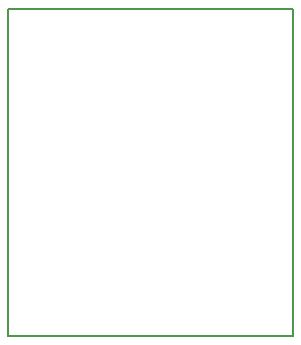
<source format=gbr>
G04 #@! TF.GenerationSoftware,KiCad,Pcbnew,(5.1.5-0-10_14)*
G04 #@! TF.CreationDate,2020-07-09T21:36:47+03:00*
G04 #@! TF.ProjectId,miniRGBii,6d696e69-5247-4426-9969-2e6b69636164,rev?*
G04 #@! TF.SameCoordinates,Original*
G04 #@! TF.FileFunction,Profile,NP*
%FSLAX46Y46*%
G04 Gerber Fmt 4.6, Leading zero omitted, Abs format (unit mm)*
G04 Created by KiCad (PCBNEW (5.1.5-0-10_14)) date 2020-07-09 21:36:47*
%MOMM*%
%LPD*%
G04 APERTURE LIST*
%ADD10C,0.150000*%
G04 APERTURE END LIST*
D10*
X0Y0D02*
X0Y-27686000D01*
X24130000Y0D02*
X0Y0D01*
X24130000Y-27686000D02*
X24130000Y0D01*
X0Y-27686000D02*
X24130000Y-27686000D01*
M02*

</source>
